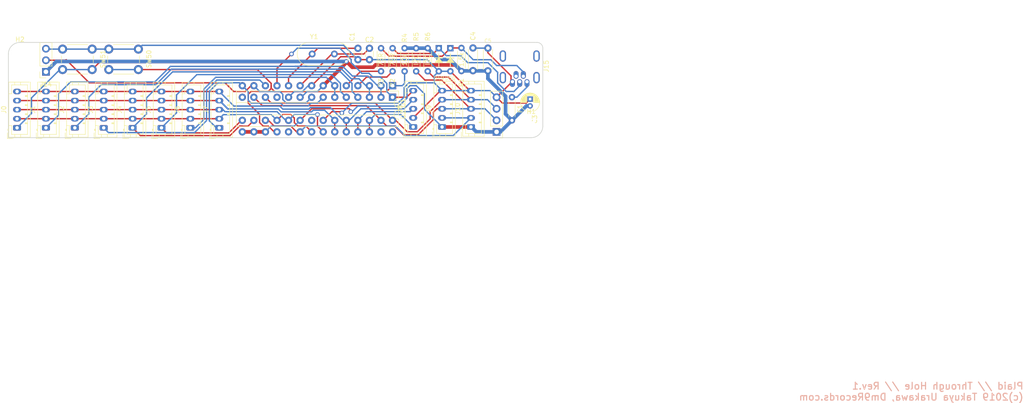
<source format=kicad_pcb>
(kicad_pcb (version 20211014) (generator pcbnew)
  (layers (0 "F.Cu" signal) (31 "B.Cu" signal) (34 "B.Paste" user) (35 "F.Paste" user) (36 "B.SilkS" user "B.Silkscreen") (37 "F.SilkS" user "F.Silkscreen") (38 "B.Mask" user) (39 "F.Mask" user) (44 "Edge.Cuts" user))
  (net 0 "")
  (net 1 "Net-(C1-Pad1)")
  (net 2 "GND")
  (net 3 "/ROW0")
  (net 4 "/ROW1")
  (net 5 "/ROW2")
  (net 6 "/RGB")
  (net 7 "Net-(F1-Pad1)")
  (net 8 "/E1")
  (net 9 "/E2")
  (net 10 "/INT")
  (net 11 "/USB_D+")
  (net 12 "/USB_D-")
  (net 13 "/RESET")
  (net 14 "/COL0")
  (net 15 "/COL1")
  (net 16 "/COL2")
  (net 17 "/COL3")
  (net 18 "/COL4")
  (net 19 "/COL5")
  (net 20 "/COL6")
  (net 21 "/COL7")
  (net 24 "Net-(C2-Pad1)")
  (net 25 "+5V")
  (net 27 "Net-(D49-Pad1)")
  (net 28 "Net-(D50-Pad1)")
  (net 29 "/i2c_SCL")
  (net 30 "/i2c_SDA")
  (net 34 "/ROW3")
  (footprint "Capacitors_THT:CP_Radial_D4.0mm_P1.50mm" (layer "F.Cu") (at 165.316 64.605 90)
    (fp_text reference "C3")
    (fp_text value "4.7u")
  )
  (footprint "Buttons_Switches_THT:SW_PUSH_6mm" (layer "F.Cu") (at 79.21 56.604 180)
    (fp_text reference "SW50")
    (fp_text value "RESET")
  )
  (footprint "Buttons_Switches_THT:SW_PUSH_6mm" (layer "F.Cu") (at 69.05 56.604 180)
    (fp_text reference "SW51")
    (fp_text value "BOOT")
  )
  (footprint "Capacitors_THT:C_Disc_D3.0mm_W1.6mm_P2.50mm" (layer "F.Cu") (at 127.47 51.925001 -90)
    (fp_text reference "C1")
    (fp_text value "20p")
  )
  (footprint "Capacitors_THT:C_Disc_D3.0mm_W1.6mm_P2.50mm" (layer "F.Cu") (at 130.01 51.925001 -90)
    (fp_text reference "C2")
    (fp_text value "20p")
  )
  (footprint "Capacitors_THT:C_Disc_D4.3mm_W1.9mm_P5.00mm" (layer "F.Cu") (at 152.76 56.85 90)
    (fp_text reference "C4")
    (fp_text value "100n")
  )
  (footprint "Capacitors_THT:C_Disc_D4.3mm_W1.9mm_P5.00mm" (layer "F.Cu") (at 156.045 56.89 90)
    (fp_text reference "C5")
    (fp_text value "100n")
  )
  (footprint "dm9_rc:D_DO-35_SOD27_P5.08mm_Horizontal" (layer "F.Cu") (at 145.25 54.445 -90)
    (fp_text reference "D49")
    (fp_text value "3.6V")
  )
  (footprint "dm9_rc:D_DO-35_SOD27_P5.08mm_Horizontal" (layer "F.Cu") (at 147.79 54.445 -90)
    (fp_text reference "D50")
    (fp_text value "3.6V")
  )
  (footprint "Package_DIP:DIP-28_W7.62mm" (layer "F.Cu") (at 135.08 60.16 -90)
    (fp_text reference "U1")
    (fp_text value "ATMEGA328-PU")
  )
  (footprint "dm9_miscs:polyfuse_5.1mm" (layer "F.Cu") (at 161.3282 65.24 -90)
    (fp_text reference "F1")
    (fp_text value "100mA")
  )
  (footprint "Crystals:Crystal_HC49-4H_Vertical" (layer "F.Cu") (at 119.85 53.175 180)
    (fp_text reference "Y1")
    (fp_text value "16MHz")
  )
  (footprint "Resistors_THT:R_Axial_DIN0204_L3.6mm_D1.6mm_P5.08mm_Horizontal" (layer "F.Cu") (at 150.22 51.85 -90)
    (fp_text reference "R1")
    (fp_text value "1.5k")
  )
  (footprint "Resistors_THT:R_Axial_DIN0204_L3.6mm_D1.6mm_P5.08mm_Horizontal" (layer "F.Cu") (at 135.09 56.985 90)
    (fp_text reference "R2")
    (fp_text value "75R")
  )
  (footprint "Resistors_THT:R_Axial_DIN0204_L3.6mm_D1.6mm_P5.08mm_Horizontal" (layer "F.Cu") (at 132.55 56.985 90)
    (fp_text reference "R3")
    (fp_text value "75R")
  )
  (footprint "Resistors_THT:R_Axial_DIN0204_L3.6mm_D1.6mm_P5.08mm_Horizontal" (layer "F.Cu") (at 137.73 51.905 -90)
    (fp_text reference "R4")
    (fp_text value "10k")
  )
  (footprint "MountingHole:MountingHole_2.2mm_M2" (layer "F.Cu") (at 165.57 69.05)
    (fp_text reference "H1")
    (fp_text value "M2")
  )
  (footprint "MountingHole:MountingHole_2.2mm_M2" (layer "F.Cu") (at 53.175 53.175)
    (fp_text reference "H2")
    (fp_text value "M2")
  )
  (footprint "Pin_Headers:Pin_Header_Straight_1x04_Pitch2.54mm" (layer "F.Cu") (at 157.95 70.32 180)
    (fp_text reference "J11" hide)
    (fp_text value "Conn_01x04")
  )
  (footprint "Resistors_THT:R_Axial_DIN0204_L3.6mm_D1.6mm_P5.08mm_Horizontal" (layer "F.Cu") (at 140.27 51.915 -90)
    (fp_text reference "R5")
    (fp_text value "I2C")
  )
  (footprint "Resistors_THT:R_Axial_DIN0204_L3.6mm_D1.6mm_P5.08mm_Horizontal" (layer "F.Cu") (at 142.81 51.905 -90)
    (fp_text reference "R6")
    (fp_text value "I2C")
  )
  (footprint "dm9_conn:USB_MINIB_Akizuki_MUSB-5BF01AS" (layer "F.Cu") (at 163.03 59.279999 180)
    (fp_text reference "J15")
    (fp_text value "USB_OTG")
  )
  (footprint "Connector_JST:JST_PH_B5B-PH-K_1x05_P2.00mm_Vertical" (layer "F.Cu") (at 90.64 69.43 90)
    (fp_text reference "J6")
    (fp_text value "THM1")
  )
  (footprint "Package_DIP:DIP-28_W7.62mm" (layer "F.Cu") (at 135.08 62.7 -90)
    (fp_text reference "U2")
    (fp_text value "MCP23017_SP")
  )
  (footprint "Connector_JST:JST_PH_B5B-PH-K_1x05_P2.00mm_Vertical" (layer "F.Cu") (at 71.59 69.43 90)
    (fp_text reference "J3")
    (fp_text value "MID")
  )
  (footprint "Connector_JST:JST_PH_B5B-PH-K_1x05_P2.00mm_Vertical" (layer "F.Cu") (at 58.89 69.43 90)
    (fp_text reference "J1")
    (fp_text value "PNK")
  )
  (footprint "Connector_JST:JST_PH_B5B-PH-K_1x05_P2.00mm_Vertical" (layer "F.Cu") (at 96.99 69.43 90)
    (fp_text reference "J7")
    (fp_text value "THM2")
  )
  (footprint "Connector_JST:JST_PH_B5B-PH-K_1x05_P2.00mm_Vertical" (layer "F.Cu") (at 52.54 69.43 90)
    (fp_text reference "J0")
    (fp_text value "OUTR")
  )
  (footprint "Connector_JST:JST_PH_B5B-PH-K_1x05_P2.00mm_Vertical" (layer "F.Cu") (at 77.94 69.43 90)
    (fp_text reference "J4")
    (fp_text value "IDX")
  )
  (footprint "Connector_JST:JST_PH_B5B-PH-K_1x05_P2.00mm_Vertical" (layer "F.Cu") (at 65.24 69.43 90)
    (fp_text reference "J2")
    (fp_text value "RNG")
  )
  (footprint "Connector_PinSocket_2.54mm:PinSocket_1x03_P2.54mm_Vertical" (layer "F.Cu") (at 58.89 57.097 180)
    (fp_text reference "J14")
    (fp_text value "RGB")
  )
  (footprint "Connector_JST:JST_PH_B5B-PH-K_1x05_P2.00mm_Vertical" (layer "F.Cu") (at 84.29 69.43 90)
    (fp_text reference "J5")
    (fp_text value "INNR")
  )
  (footprint "Connector_JST:JST_PH_B5B-PH-K_1x05_P2.00mm_Vertical" (layer "F.Cu") (at 152.32 69.24 90)
    (fp_text reference "J10")
    (fp_text value "I2C")
  )
  (footprint "Connector_JST:JST_PH_B5B-PH-K_1x05_P2.00mm_Vertical" (layer "F.Cu") (at 139.62 69.24 90)
    (fp_text reference "J8")
    (fp_text value "ENC")
  )
  (footprint "Connector_JST:JST_PH_B5B-PH-K_1x05_P2.00mm_Vertical" (layer "F.Cu") (at 145.97 69.24 90)
    (fp_text reference "J9")
    (fp_text value "I2C")
  )
  (gr_line (start 53.175 50.635) (end 166.84 50.635) (layer "Edge.Cuts") (width 0.15))
  (gr_line (start 168.11 51.905) (end 168.11 69.05) (layer "Edge.Cuts") (width 0.15))
  (gr_line (start 50.635 71.59) (end 50.635 53.175) (layer "Edge.Cuts") (width 0.15))
  (gr_arc (start 50.635 53.175) (mid 51.378949 51.378949) (end 53.175 50.635) (layer "Edge.Cuts") (width 0.15))
  (gr_line (start 165.57 71.59) (end 50.635 71.59) (layer "Edge.Cuts") (width 0.15))
  (gr_arc (start 166.84 50.635) (mid 167.738026 51.006974) (end 168.11 51.905) (layer "Edge.Cuts") (width 0.15))
  (gr_arc (start 168.11 69.05) (mid 167.366051 70.846051) (end 165.57 71.59) (layer "Edge.Cuts") (width 0.15))
  (gr_text "Plaid // Through Hole // Rev.1\n(c)2019 Takuya Urakawa, Dm9Records.com" (at 273.901 127.47) (layer "B.SilkS") (effects (font (size 1.5 1.5) (thickness 0.25)) (justify left mirror)))
  (segment (start 112.22 58.365) (end 117.41 53.175) (width 0.3) (layer "F.Cu") (net 1))
  (segment (start 127.47 51.925001) (end 118.659999 51.925001) (width 0.3) (layer "F.Cu") (net 1))
  (segment (start 118.659999 51.925001) (end 117.41 53.175) (width 0.3) (layer "F.Cu") (net 1))
  (segment (start 112.22 60.16) (end 112.22 58.365) (width 0.3) (layer "F.Cu") (net 1))
  (segment (start 156.045 52.918653) (end 161.125 57.998653) (width 0.3) (layer "F.Cu") (net 2))
  (segment (start 139.62 67.24) (end 145.62 61.24) (width 0.3) (layer "F.Cu") (net 2))
  (segment (start 161.125 57.998653) (end 161.125 58.974999) (width 0.3) (layer "F.Cu") (net 2))
  (segment (start 157.95 62.7) (end 159.22 63.97) (width 0.3) (layer "F.Cu") (net 2))
  (segment (start 156.045 51.89) (end 156.045 52.918653) (width 0.3) (layer "F.Cu") (net 2))
  (segment (start 126.82 53.775001) (end 127.47 54.425001) (width 0.3) (layer "F.Cu") (net 2))
  (segment (start 164.451 63.97) (end 165.316 63.105) (width 0.3) (layer "F.Cu") (net 2))
  (segment (start 161.125 58.974999) (end 161.43 59.279999) (width 0.3) (layer "F.Cu") (net 2))
  (segment (start 127.47 54.425001) (end 130.01 54.425001) (width 0.3) (layer "F.Cu") (net 2))
  (segment (start 121.745 65.875) (end 119.84 67.78) (width 0.3) (layer "F.Cu") (net 2))
  (segment (start 147.79 56.985) (end 152.045 61.24) (width 0.3) (layer "F.Cu") (net 2))
  (segment (start 123.66 65.875) (end 121.745 65.875) (width 0.3) (layer "F.Cu") (net 2))
  (segment (start 161.370001 59.279999) (end 157.95 62.7) (width 0.3) (layer "F.Cu") (net 2))
  (segment (start 117.3 60.16) (end 123.684999 53.775001) (width 0.3) (layer "F.Cu") (net 2))
  (segment (start 123.684999 53.775001) (end 126.82 53.775001) (width 0.3) (layer "F.Cu") (net 2))
  (segment (start 159.22 63.97) (end 164.451 63.97) (width 0.3) (layer "F.Cu") (net 2))
  (via (at 123.9394 66.1544) (size 1) (drill 0.6) (layers "F.Cu" "B.Cu") (net 2))
  (segment (start 156.49 61.24) (end 157.95 62.7) (width 0.3) (layer "B.Cu") (net 2))
  (segment (start 145.25 56.985) (end 147.79 56.985) (width 0.3) (layer "B.Cu") (net 2))
  (segment (start 136.31 63.97) (end 137.63 62.65) (width 0.3) (layer "B.Cu") (net 2))
  (segment (start 137.63 62.65) (end 137.63 60.581472) (width 0.3) (layer "B.Cu") (net 2))
  (segment (start 144.255 59.525) (end 144.255 57.98) (width 0.3) (layer "B.Cu") (net 2))
  (segment (start 124.314999 51.27) (end 80.044 51.27) (width 0.3) (layer "B.Cu") (net 2))
  (segment (start 116.548 60.16) (end 115.298 61.41) (width 0.3) (layer "B.Cu") (net 2))
  (segment (start 59.308 52.104) (end 79.21 52.104) (width 0.3) (layer "B.Cu") (net 2))
  (segment (start 137.63 60.581472) (end 138.686472 59.525) (width 0.3) (layer "B.Cu") (net 2))
  (segment (start 117.3 60.16) (end 116.548 60.16) (width 0.3) (layer "B.Cu") (net 2))
  (segment (start 127.47 54.425001) (end 124.314999 51.27) (width 0.3) (layer "B.Cu") (net 2))
  (segment (start 144.255 57.98) (end 145.25 56.985) (width 0.3) (layer "B.Cu") (net 2))
  (segment (start 144.255 59.525) (end 145.97 61.24) (width 0.3) (layer "B.Cu") (net 2))
  (segment (start 142.690001 54.425001) (end 145.25 56.985) (width 0.3) (layer "B.Cu") (net 2))
  (segment (start 130.01 54.425001) (end 142.690001 54.425001) (width 0.3) (layer "B.Cu") (net 2))
  (segment (start 80.044 51.27) (end 79.21 52.104) (width 0.3) (layer "B.Cu") (net 2))
  (segment (start 126.1238 63.97) (end 136.31 63.97) (width 0.3) (layer "B.Cu") (net 2))
  (segment (start 138.686472 59.525) (end 144.255 59.525) (width 0.3) (layer "B.Cu") (net 2))
  (segment (start 113.51 61.41) (end 112.22 62.7) (width 0.3) (layer "B.Cu") (net 2))
  (segment (start 123.9394 66.1544) (end 126.1238 63.97) (width 0.3) (layer "B.Cu") (net 2))
  (segment (start 156.045 51.89) (end 152.8 51.89) (width 0.3) (layer "B.Cu") (net 2))
  (segment (start 152.32 61.24) (end 145.97 61.24) (width 0.3) (layer "B.Cu") (net 2))
  (segment (start 115.298 61.41) (end 113.51 61.41) (width 0.3) (layer "B.Cu") (net 2))
  (segment (start 152.32 61.24) (end 156.49 61.24) (width 0.3) (layer "B.Cu") (net 2))
  (segment (start 113.426383 67.218617) (end 113.5 67.292233) (width 0.3) (layer "F.Cu") (net 3))
  (segment (start 113.5 68.287767) (end 114.262233 69.05) (width 0.3) (layer "F.Cu") (net 3))
  (segment (start 58.89 67.43) (end 96.99 67.43) (width 0.3) (layer "F.Cu") (net 3))
  (segment (start 52.54 67.43) (end 58.89 67.43) (width 0.3) (layer "F.Cu") (net 3))
  (segment (start 112.697766 66.49) (end 113.426383 67.218617) (width 0.3) (layer "F.Cu") (net 3))
  (segment (start 114.262233 69.05) (end 116.03 69.05) (width 0.3) (layer "F.Cu") (net 3))
  (segment (start 110.97 66.49) (end 112.697766 66.49) (width 0.3) (layer "F.Cu") (net 3))
  (segment (start 116.03 69.05) (end 117.3 70.32) (width 0.3) (layer "F.Cu") (net 3))
  (segment (start 113.5 67.292233) (end 113.5 68.287767) (width 0.3) (layer "F.Cu") (net 3))
  (segment (start 110.97 66.49) (end 109.68 67.78) (width 0.3) (layer "F.Cu") (net 3))
  (segment (start 108.43 66.53) (end 109.68 67.78) (width 0.3) (layer "B.Cu") (net 3))
  (segment (start 96.99 67.43) (end 97.89 66.53) (width 0.3) (layer "B.Cu") (net 3))
  (segment (start 97.89 66.53) (end 108.43 66.53) (width 0.3) (layer "B.Cu") (net 3))
  (segment (start 118.58 69.06) (end 119.84 70.32) (width 0.3) (layer "F.Cu") (net 4))
  (segment (start 58.89 65.43) (end 52.54 65.43) (width 0.3) (layer "F.Cu") (net 4))
  (segment (start 118.58 69.06) (end 118.58 66.51) (width 0.3) (layer "F.Cu") (net 4))
  (segment (start 58.89 65.43) (end 96.99 65.43) (width 0.3) (layer "F.Cu") (net 4))
  (via (at 118.58 66.51) (size 1) (drill 0.6) (layers "F.Cu" "B.Cu") (net 4))
  (segment (start 109.69 65.875) (end 98.26 65.875) (width 0.3) (layer "B.Cu") (net 4))
  (segment (start 111.595 67.78) (end 109.69 65.875) (width 0.3) (layer "B.Cu") (net 4))
  (segment (start 113.49 66.51) (end 118.58 66.51) (width 0.3) (layer "B.Cu") (net 4))
  (segment (start 97.815 65.43) (end 96.99 65.43) (width 0.3) (layer "B.Cu") (net 4))
  (segment (start 98.26 65.875) (end 97.815 65.43) (width 0.3) (layer "B.Cu") (net 4))
  (segment (start 112.22 67.78) (end 113.49 66.51) (width 0.3) (layer "B.Cu") (net 4))
  (segment (start 122.38 67.78) (end 122.38 70.32) (width 0.3) (layer "F.Cu") (net 5))
  (segment (start 52.54 63.43) (end 58.89 63.43) (width 0.3) (layer "F.Cu") (net 5))
  (segment (start 96.99 63.43) (end 58.89 63.43) (width 0.3) (layer "F.Cu") (net 5))
  (segment (start 120.16 65.56) (end 122.38 67.78) (width 0.3) (layer "B.Cu") (net 5))
  (segment (start 110.573528 65.91) (end 117.275 65.91) (width 0.3) (layer "B.Cu") (net 5))
  (segment (start 117.625 65.56) (end 120.16 65.56) (width 0.3) (layer "B.Cu") (net 5))
  (segment (start 98.835 65.275) (end 109.938528 65.275) (width 0.3) (layer "B.Cu") (net 5))
  (segment (start 98.895 65.24) (end 97.085 63.43) (width 0.3) (layer "B.Cu") (net 5))
  (segment (start 117.275 65.91) (end 117.625 65.56) (width 0.3) (layer "B.Cu") (net 5))
  (segment (start 96.99 63.43) (end 98.835 65.275) (width 0.3) (layer "B.Cu") (net 5))
  (segment (start 109.938528 65.275) (end 110.573528 65.91) (width 0.3) (layer "B.Cu") (net 5))
  (segment (start 63.223 54.557) (end 63.335 54.445) (width 0.3) (layer "F.Cu") (net 6))
  (segment (start 58.89 54.557) (end 63.223 54.557) (width 0.3) (layer "F.Cu") (net 6))
  (segment (start 68.415 59.525) (end 98.26 59.525) (width 0.3) (layer "F.Cu") (net 6))
  (segment (start 63.335 54.445) (end 68.415 59.525) (width 0.3) (layer "F.Cu") (net 6))
  (segment (start 103.975 60.16) (end 102.705 61.43) (width 0.3) (layer "F.Cu") (net 6))
  (segment (start 98.26 59.525) (end 100.165 61.43) (width 0.3) (layer "F.Cu") (net 6))
  (segment (start 100.165 61.43) (end 102.705 61.43) (width 0.3) (layer "F.Cu") (net 6))
  (segment (start 110.96 62.065) (end 110.325 61.43) (width 0.3) (layer "B.Cu") (net 6))
  (segment (start 116.05 63.95) (end 111.702233 63.95) (width 0.3) (layer "B.Cu") (net 6))
  (segment (start 110.325 61.43) (end 105.87 61.43) (width 0.3) (layer "B.Cu") (net 6))
  (segment (start 111.702233 63.95) (end 110.96 63.207767) (width 0.3) (layer "B.Cu") (net 6))
  (segment (start 105.87 61.43) (end 104.6 60.16) (width 0.3) (layer "B.Cu") (net 6))
  (segment (start 110.96 63.207767) (end 110.96 62.065) (width 0.3) (layer "B.Cu") (net 6))
  (segment (start 117.3 62.7) (end 116.05 63.95) (width 0.3) (layer "B.Cu") (net 6))
  (segment (start 162.405 62.69) (end 161.3282 62.69) (width 0.3) (layer "B.Cu") (net 7))
  (segment (start 164.63 60.465) (end 162.405 62.69) (width 0.3) (layer "B.Cu") (net 7))
  (segment (start 164.63 59.279999) (end 164.63 60.465) (width 0.3) (layer "B.Cu") (net 7))
  (segment (start 127.46 67.78) (end 127.46 70.32) (width 0.3) (layer "F.Cu") (net 8))
  (segment (start 129.365 65.875) (end 138.985 65.875) (width 0.3) (layer "B.Cu") (net 8))
  (segment (start 127.46 67.78) (end 129.365 65.875) (width 0.3) (layer "B.Cu") (net 8))
  (segment (start 138.985 65.875) (end 139.62 65.24) (width 0.3) (layer "B.Cu") (net 8))
  (segment (start 130 67.78) (end 130 70.32) (width 0.3) (layer "F.Cu") (net 9))
  (segment (start 131.27 66.51) (end 136.89 66.51) (width 0.3) (layer "B.Cu") (net 9))
  (segment (start 130 67.78) (end 131.27 66.51) (width 0.3) (layer "B.Cu") (net 9))
  (segment (start 136.89 66.51) (end 139.62 69.24) (width 0.3) (layer "B.Cu") (net 9))
  (segment (start 107.785 67.78) (end 109.055 69.05) (width 0.3) (layer "F.Cu") (net 10))
  (segment (start 113.987767 70.32) (end 112.717767 69.05) (width 0.3) (layer "F.Cu") (net 10))
  (segment (start 114.76 70.32) (end 113.987767 70.32) (width 0.3) (layer "F.Cu") (net 10))
  (segment (start 112.717767 69.05) (end 109.055 69.05) (width 0.3) (layer "F.Cu") (net 10))
  (segment (start 135.745 69.07) (end 116.01 69.07) (width 0.3) (layer "B.Cu") (net 10))
  (segment (start 137.815 71.14) (end 135.745 69.07) (width 0.3) (layer "B.Cu") (net 10))
  (segment (start 137.815 71.14) (end 148.42 71.14) (width 0.3) (layer "B.Cu") (net 10))
  (segment (start 152.32 67.24) (end 148.42 71.14) (width 0.3) (layer "B.Cu") (net 10))
  (segment (start 152.32 67.24) (end 145.97 67.24) (width 0.3) (layer "B.Cu") (net 10))
  (segment (start 116.01 69.07) (end 114.76 70.32) (width 0.3) (layer "B.Cu") (net 10))
  (segment (start 127.46 60.16) (end 129.365 58.255) (width 0.3) (layer "F.Cu") (net 11))
  (segment (start 133.82 58.255) (end 135.09 56.985) (width 0.3) (layer "F.Cu") (net 11))
  (segment (start 129.365 58.255) (end 133.82 58.255) (width 0.3) (layer "F.Cu") (net 11))
  (segment (start 128.095 56.985) (end 124.92 60.16) (width 0.3) (layer "F.Cu") (net 12))
  (segment (start 132.55 56.985) (end 128.095 56.985) (width 0.3) (layer "F.Cu") (net 12))
  (segment (start 109.055 70.32) (end 107.805 69.07) (width 0.3) (layer "F.Cu") (net 13))
  (segment (start 108.39 60.677767) (end 108.39 60.19) (width 0.3) (layer "F.Cu") (net 13))
  (segment (start 105.85 66.48) (end 103.35 63.98) (width 0.3) (layer "F.Cu") (net 13))
  (segment (start 109.162233 61.45) (end 108.39 60.677767) (width 0.3) (layer "F.Cu") (net 13))
  (segment (start 108.39 60.19) (end 108.39 59.642233) (width 0.3) (layer "F.Cu") (net 13))
  (segment (start 107.765 61.41) (end 108.39 60.785) (width 0.3) (layer "F.Cu") (net 13))
  (segment (start 105.351767 56.604) (end 79.21 56.604) (width 0.3) (layer "F.Cu") (net 13))
  (segment (start 107.805 69.07) (end 106.662233 69.07) (width 0.3) (layer "F.Cu") (net 13))
  (segment (start 103.995 61.41) (end 107.765 61.41) (width 0.3) (layer "F.Cu") (net 13))
  (segment (start 108.39 60.785) (end 108.39 60.19) (width 0.3) (layer "F.Cu") (net 13))
  (segment (start 103.35 62.055) (end 103.995 61.41) (width 0.3) (layer "F.Cu") (net 13))
  (segment (start 133.79 61.45) (end 109.162233 61.45) (width 0.3) (layer "F.Cu") (net 13))
  (segment (start 105.85 68.257767) (end 105.85 66.48) (width 0.3) (layer "F.Cu") (net 13))
  (segment (start 106.662233 69.07) (end 105.85 68.257767) (width 0.3) (layer "F.Cu") (net 13))
  (segment (start 135.08 60.16) (end 133.79 61.45) (width 0.3) (layer "F.Cu") (net 13))
  (segment (start 108.39 59.642233) (end 105.351767 56.604) (width 0.3) (layer "F.Cu") (net 13))
  (segment (start 103.35 63.98) (end 103.35 62.055) (width 0.3) (layer "F.Cu") (net 13))
  (segment (start 137.73 56.985) (end 137.73 59.632944) (width 0.3) (layer "B.Cu") (net 13))
  (segment (start 137.202944 60.16) (end 135.08 60.16) (width 0.3) (layer "B.Cu") (net 13))
  (segment (start 137.73 59.632944) (end 137.202944 60.16) (width 0.3) (layer "B.Cu") (net 13))
  (segment (start 79.285 56.604) (end 72.785 56.604) (width 0.3) (layer "B.Cu") (net 13))
  (segment (start 110.96 55.08) (end 109.68 56.36) (width 0.3) (layer "F.Cu") (net 14))
  (segment (start 70.574 55.08) (end 110.96 55.08) (width 0.3) (layer "F.Cu") (net 14))
  (segment (start 138.16 62.7) (end 139.62 61.24) (width 0.3) (layer "F.Cu") (net 14))
  (segment (start 69.05 56.604) (end 70.574 55.08) (width 0.3) (layer "F.Cu") (net 14))
  (segment (start 110.96 55.08) (end 112.865 53.175) (width 0.3) (layer "F.Cu") (net 14))
  (segment (start 109.68 56.36) (end 109.68 60.16) (width 0.3) (layer "F.Cu") (net 14))
  (segment (start 135.08 62.7) (end 138.16 62.7) (width 0.3) (layer "F.Cu") (net 14))
  (via (at 112.865 53.175) (size 1) (drill 0.6) (layers "F.Cu" "B.Cu") (net 14))
  (segment (start 133.82 61.44) (end 133.82 59.672233) (width 0.3) (layer "B.Cu") (net 14))
  (segment (start 61.956076 56.604) (end 55.715 62.845076) (width 0.3) (layer "B.Cu") (net 14))
  (segment (start 55.715 66.255) (end 52.54 69.43) (width 0.3) (layer "B.Cu") (net 14))
  (segment (start 125.98 55.08) (end 125.98 54.391075) (width 0.3) (layer "B.Cu") (net 14))
  (segment (start 132.359503 58.211736) (end 130.688264 58.211736) (width 0.3) (layer "B.Cu") (net 14))
  (segment (start 114.135 51.905) (end 112.865 53.175) (width 0.3) (layer "B.Cu") (net 14))
  (segment (start 128.336 57.436) (end 125.98 55.08) (width 0.3) (layer "B.Cu") (net 14))
  (segment (start 123.493925 51.905) (end 114.135 51.905) (width 0.3) (layer "B.Cu") (net 14))
  (segment (start 133.82 59.672233) (end 132.359503 58.211736) (width 0.3) (layer "B.Cu") (net 14))
  (segment (start 135.08 62.7) (end 133.82 61.44) (width 0.3) (layer "B.Cu") (net 14))
  (segment (start 129.912528 57.436) (end 128.336 57.436) (width 0.3) (layer "B.Cu") (net 14))
  (segment (start 125.98 54.391075) (end 123.493925 51.905) (width 0.3) (layer "B.Cu") (net 14))
  (segment (start 130.688264 58.211736) (end 129.912528 57.436) (width 0.3) (layer "B.Cu") (net 14))
  (segment (start 62.752 56.604) (end 69.252 56.604) (width 0.3) (layer "B.Cu") (net 14))
  (segment (start 55.715 62.845076) (end 55.715 66.255) (width 0.3) (layer "B.Cu") (net 14))
  (segment (start 113.686 55.91) (end 120.778 55.91) (width 0.3) (layer "B.Cu") (net 15))
  (segment (start 58.89 69.43) (end 61.684 66.636) (width 0.3) (layer "B.Cu") (net 15))
  (segment (start 86.233472 55.91) (end 113.686 55.91) (width 0.3) (layer "B.Cu") (net 15))
  (segment (start 113.686 55.91) (end 124.134823 55.91) (width 0.3) (layer "B.Cu") (net 15))
  (segment (start 126.260823 58.036) (end 129.664 58.036) (width 0.3) (layer "B.Cu") (net 15))
  (segment (start 64.296 59.328) (end 82.815472 59.328) (width 0.3) (layer "B.Cu") (net 15))
  (segment (start 61.684 61.94) (end 64.296 59.328) (width 0.3) (layer "B.Cu") (net 15))
  (segment (start 61.684 66.636) (end 61.684 61.94) (width 0.3) (layer "B.Cu") (net 15))
  (segment (start 131.788 60.16) (end 132.54 60.16) (width 0.3) (layer "B.Cu") (net 15))
  (segment (start 120.778 55.91) (end 120.812 55.876) (width 0.3) (layer "B.Cu") (net 15))
  (segment (start 82.815472 59.328) (end 86.233472 55.91) (width 0.3) (layer "B.Cu") (net 15))
  (segment (start 129.664 58.036) (end 131.788 60.16) (width 0.3) (layer "B.Cu") (net 15))
  (segment (start 132.54 60.16) (end 132.54 62.7) (width 0.3) (layer "B.Cu") (net 15))
  (segment (start 124.134823 55.91) (end 126.260823 58.036) (width 0.3) (layer "B.Cu") (net 15))
  (segment (start 68.288 62.7) (end 71.06 59.928) (width 0.3) (layer "B.Cu") (net 16))
  (segment (start 130 60.16) (end 130 62.7) (width 0.3) (layer "B.Cu") (net 16))
  (segment (start 71.06 59.928) (end 83.064 59.928) (width 0.3) (layer "B.Cu") (net 16))
  (segment (start 86.482 56.51) (end 123.886295 56.51) (width 0.3) (layer "B.Cu") (net 16))
  (segment (start 65.24 69.43) (end 68.288 66.382) (width 0.3) (layer "B.Cu") (net 16))
  (segment (start 123.886295 56.51) (end 126.012295 58.636) (width 0.3) (layer "B.Cu") (net 16))
  (segment (start 68.288 66.382) (end 68.288 62.7) (width 0.3) (layer "B.Cu") (net 16))
  (segment (start 129.248 60.16) (end 130 60.16) (width 0.3) (layer "B.Cu") (net 16))
  (segment (start 83.064 59.928) (end 86.482 56.51) (width 0.3) (layer "B.Cu") (net 16))
  (segment (start 127.724 58.636) (end 129.248 60.16) (width 0.3) (layer "B.Cu") (net 16))
  (segment (start 126.012295 58.636) (end 127.724 58.636) (width 0.3) (layer "B.Cu") (net 16))
  (segment (start 72.64 70.48) (end 71.59 69.43) (width 0.3) (layer "B.Cu") (net 17))
  (segment (start 105.89 58.91) (end 96.462 58.91) (width 0.3) (layer "B.Cu") (net 17))
  (segment (start 91.554949 70.48) (end 72.64 70.48) (width 0.3) (layer "B.Cu") (net 17))
  (segment (start 94.196 67.838949) (end 91.554949 70.48) (width 0.3) (layer "B.Cu") (net 17))
  (segment (start 94.196 61.176) (end 94.196 67.838949) (width 0.3) (layer "B.Cu") (net 17))
  (segment (start 107.14 60.16) (end 105.89 58.91) (width 0.3) (layer "B.Cu") (net 17))
  (segment (start 96.462 58.91) (end 94.196 61.176) (width 0.3) (layer "B.Cu") (net 17))
  (segment (start 79.65 71.14) (end 99.345 71.14) (width 0.3) (layer "F.Cu") (net 18))
  (segment (start 77.94 69.43) (end 79.65 71.14) (width 0.3) (layer "F.Cu") (net 18))
  (segment (start 103.31 69.07) (end 104.6 67.78) (width 0.3) (layer "F.Cu") (net 18))
  (segment (start 99.345 71.14) (end 101.455 69.03) (width 0.3) (layer "F.Cu") (net 18))
  (segment (start 101.455 69.03) (end 102.01 69.03) (width 0.3) (layer "F.Cu") (net 18))
  (segment (start 102.05 69.07) (end 103.31 69.07) (width 0.3) (layer "F.Cu") (net 18))
  (segment (start 102.01 69.03) (end 102.05 69.07) (width 0.3) (layer "F.Cu") (net 18))
  (segment (start 126.17 59.642233) (end 126.17 61.41) (width 0.3) (layer "B.Cu") (net 18))
  (segment (start 77.94 69.43) (end 80.988 66.382) (width 0.3) (layer "B.Cu") (net 18))
  (segment (start 126.17 61.41) (end 127.46 62.7) (width 0.3) (layer "B.Cu") (net 18))
  (segment (start 80.988 62.852528) (end 86.730528 57.11) (width 0.3) (layer "B.Cu") (net 18))
  (segment (start 86.730528 57.11) (end 123.637767 57.11) (width 0.3) (layer "B.Cu") (net 18))
  (segment (start 80.988 66.382) (end 80.988 62.852528) (width 0.3) (layer "B.Cu") (net 18))
  (segment (start 123.637767 57.11) (end 126.17 59.642233) (width 0.3) (layer "B.Cu") (net 18))
  (segment (start 85.4 70.54) (end 84.29 69.43) (width 0.3) (layer "F.Cu") (net 19))
  (segment (start 101.856472 67.78) (end 99.096472 70.54) (width 0.3) (layer "F.Cu") (net 19))
  (segment (start 99.096472 70.54) (end 85.4 70.54) (width 0.3) (layer "F.Cu") (net 19))
  (segment (start 84.29 69.43) (end 87.592 66.128) (width 0.3) (layer "B.Cu") (net 19))
  (segment (start 87.592 62.192) (end 92.074 57.71) (width 0.3) (layer "B.Cu") (net 19))
  (segment (start 123.63 61.41) (end 124.92 62.7) (width 0.3) (layer "B.Cu") (net 19))
  (segment (start 92.074 57.71) (end 121.697767 57.71) (width 0.3) (layer "B.Cu") (net 19))
  (segment (start 123.63 59.642233) (end 123.63 61.41) (width 0.3) (layer "B.Cu") (net 19))
  (segment (start 121.697767 57.71) (end 123.63 59.642233) (width 0.3) (layer "B.Cu") (net 19))
  (segment (start 87.592 66.128) (end 87.592 62.192) (width 0.3) (layer "B.Cu") (net 19))
  (segment (start 90.64 69.43) (end 91.756421 69.43) (width 0.3) (layer "B.Cu") (net 20))
  (segment (start 93.596 60.927472) (end 96.213472 58.31) (width 0.3) (layer "B.Cu") (net 20))
  (segment (start 120.53 58.31) (end 122.38 60.16) (width 0.3) (layer "B.Cu") (net 20))
  (segment (start 122.38 60.16) (end 122.38 62.7) (width 0.3) (layer "B.Cu") (net 20))
  (segment (start 96.213472 58.31) (end 120.53 58.31) (width 0.3) (layer "B.Cu") (net 20))
  (segment (start 93.596 67.590421) (end 93.596 60.927472) (width 0.3) (layer "B.Cu") (net 20))
  (segment (start 91.756421 69.43) (end 93.596 67.590421) (width 0.3) (layer "B.Cu") (net 20))
  (segment (start 96.710528 59.51) (end 101.41 59.51) (width 0.3) (layer "B.Cu") (net 21))
  (segment (start 94.796 67.872) (end 94.796 61.424528) (width 0.3) (layer "B.Cu") (net 21))
  (segment (start 102.06 60.16) (end 103.35 61.45) (width 0.3) (layer "B.Cu") (net 21))
  (segment (start 103.975 63.97) (end 110.468528 63.97) (width 0.3) (layer "B.Cu") (net 21))
  (segment (start 116.531472 64.605) (end 117.166472 63.97) (width 0.3) (layer "B.Cu") (net 21))
  (segment (start 118.58 63.96) (end 119.84 62.7) (width 0.3) (layer "B.Cu") (net 21))
  (segment (start 101.41 59.51) (end 102.06 60.16) (width 0.3) (layer "B.Cu") (net 21))
  (segment (start 111.103528 64.605) (end 116.531472 64.605) (width 0.3) (layer "B.Cu") (net 21))
  (segment (start 117.166472 63.97) (end 118.58 63.97) (width 0.3) (layer "B.Cu") (net 21))
  (segment (start 96.354 69.43) (end 94.796 67.872) (width 0.3) (layer "B.Cu") (net 21))
  (segment (start 118.58 63.97) (end 118.58 63.96) (width 0.3) (layer "B.Cu") (net 21))
  (segment (start 103.35 61.45) (end 103.35 63.345) (width 0.3) (layer "B.Cu") (net 21))
  (segment (start 103.35 63.345) (end 103.975 63.97) (width 0.3) (layer "B.Cu") (net 21))
  (segment (start 110.468528 63.97) (end 111.103528 64.605) (width 0.3) (layer "B.Cu") (net 21))
  (segment (start 94.796 61.424528) (end 96.710528 59.51) (width 0.3) (layer "B.Cu") (net 21))
  (segment (start 130.01 51.925001) (end 128.76 53.175001) (width 0.3) (layer "F.Cu") (net 24))
  (segment (start 114.76 60.16) (end 121.745 53.175) (width 0.3) (layer "F.Cu") (net 24))
  (segment (start 122.29 53.175) (end 128.76 53.175001) (width 0.3) (layer "F.Cu") (net 24))
  (segment (start 126.2 56.096) (end 130.811 56.096) (width 0.8) (layer "F.Cu") (net 25))
  (segment (start 124.93 54.826) (end 126.2 56.096) (width 0.8) (layer "F.Cu") (net 25))
  (segment (start 125.5294 65.2044) (end 117.3356 65.2044) (width 0.3) (layer "F.Cu") (net 25))
  (segment (start 124.93 55.07) (end 119.84 60.16) (width 0.8) (layer "F.Cu") (net 25))
  (segment (start 107.14 70.32) (end 102.06 70.32) (width 0.8) (layer "F.Cu") (net 25))
  (segment (start 148.875 55.585) (end 131.322 55.585) (width 0.8) (layer "F.Cu") (net 25))
  (segment (start 124.93 54.826) (end 124.93 55.07) (width 0.8) (layer "F.Cu") (net 25))
  (segment (start 117.3356 65.2044) (end 114.76 67.78) (width 0.3) (layer "F.Cu") (net 25))
  (segment (start 126.2 65.875) (end 125.5294 65.2044) (width 0.3) (layer "F.Cu") (net 25))
  (segment (start 130.811 56.096) (end 131.322 55.585) (width 0.8) (layer "F.Cu") (net 25))
  (segment (start 152.32 69.24) (end 145.97 69.24) (width 0.8) (layer "F.Cu") (net 25))
  (segment (start 150.22 56.93) (end 148.875 55.585) (width 0.8) (layer "F.Cu") (net 25))
  (via (at 125.8952 65.875) (size 1) (drill 0.6) (layers "F.Cu" "B.Cu") (net 25))
  (via (at 124.93 54.826) (size 1) (drill 0.6) (layers "F.Cu" "B.Cu") (net 25))
  (segment (start 142.075 65.345) (end 145.97 69.24) (width 0.3) (layer "B.Cu") (net 25))
  (segment (start 61.176 54.826) (end 124.93 54.826) (width 0.8) (layer "B.Cu") (net 25))
  (segment (start 158.7982 70.32) (end 157.95 70.32) (width 0.8) (layer "B.Cu") (net 25))
  (segment (start 108.41 69.05) (end 113.49 69.05) (width 0.25) (layer "B.Cu") (net 25))
  (segment (start 118.59 61.41) (end 116.314 61.41) (width 0.3) (layer "B.Cu") (net 25))
  (segment (start 136.488528 64.64) (end 138.265 62.863528) (width 0.3) (layer "B.Cu") (net 25))
  (segment (start 145.195 54.39) (end 145.195 54.29) (width 0.8) (layer "B.Cu") (net 25))
  (segment (start 140.299924 60.16) (end 142.075 61.935076) (width 0.3) (layer "B.Cu") (net 25))
  (segment (start 164.5132 64.605) (end 161.3282 67.79) (width 0.8) (layer "B.Cu") (net 25))
  (segment (start 147.68 54.39) (end 145.195 54.39) (width 0.8) (layer "B.Cu") (net 25))
  (segment (start 107.14 70.32) (end 108.41 69.05) (width 0.25) (layer "B.Cu") (net 25))
  (segment (start 150.22 56.93) (end 147.68 54.39) (width 0.8) (layer "B.Cu") (net 25))
  (segment (start 142.075 61.935076) (end 142.075 65.345) (width 0.3) (layer "B.Cu") (net 25))
  (segment (start 161.3282 67.79) (end 158.7982 70.32) (width 0.8) (layer "B.Cu") (net 25))
  (segment (start 153.505 70.32) (end 157.95 70.32) (width 0.8) (layer "B.Cu") (net 25))
  (segment (start 119.84 60.16) (end 118.59 61.41) (width 0.3) (layer "B.Cu") (net 25))
  (segment (start 138.9 60.16) (end 140.299924 60.16) (width 0.3) (layer "B.Cu") (net 25))
  (segment (start 126.2 65.875) (end 127.435 64.64) (width 0.3) (layer "B.Cu") (net 25))
  (segment (start 159.9282 66.39) (end 161.3282 67.79) (width 0.8) (layer "B.Cu") (net 25))
  (segment (start 127.435 64.64) (end 136.488528 64.64) (width 0.3) (layer "B.Cu") (net 25))
  (segment (start 165.316 64.605) (end 164.5132 64.605) (width 0.8) (layer "B.Cu") (net 25))
  (segment (start 156.045 56.89) (end 156.045 58.602968) (width 0.8) (layer "B.Cu") (net 25))
  (segment (start 138.265 62.863528) (end 138.265 60.795) (width 0.3) (layer "B.Cu") (net 25))
  (segment (start 159.9282 62.486168) (end 159.9282 66.39) (width 0.8) (layer "B.Cu") (net 25))
  (segment (start 152.425 69.24) (end 153.505 70.32) (width 0.8) (layer "B.Cu") (net 25))
  (segment (start 116.314 61.41) (end 115.024 62.7) (width 0.3) (layer "B.Cu") (net 25))
  (segment (start 138.265 60.795) (end 138.9 60.16) (width 0.3) (layer "B.Cu") (net 25))
  (segment (start 156.045 58.602968) (end 159.9282 62.486168) (width 0.8) (layer "B.Cu") (net 25))
  (segment (start 113.49 69.05) (end 114.76 67.78) (width 0.25) (layer "B.Cu") (net 25))
  (segment (start 142.81 51.905) (end 137.73 51.905) (width 0.8) (layer "B.Cu") (net 25))
  (segment (start 58.905 57.097) (end 61.176 54.826) (width 0.8) (layer "B.Cu") (net 25))
  (segment (start 156.045 56.89) (end 150.26 56.89) (width 0.8) (layer "B.Cu") (net 25))
  (segment (start 145.195 54.29) (end 142.81 51.905) (width 0.8) (layer "B.Cu") (net 25))
  (segment (start 144.09 53.065) (end 136.25 53.065) (width 0.3) (layer "F.Cu") (net 27))
  (segment (start 145.25 51.905) (end 144.09 53.065) (width 0.3) (layer "F.Cu") (net 27))
  (segment (start 136.25 53.065) (end 135.09 51.905) (width 0.3) (layer "F.Cu") (net 27))
  (segment (start 150.06 53.54) (end 151.6 55.08) (width 0.3) (layer "B.Cu") (net 27))
  (segment (start 145.25 51.905) (end 146.885 53.54) (width 0.3) (layer "B.Cu") (net 27))
  (segment (start 156.045 55.08) (end 158.18 57.215) (width 0.3) (layer "B.Cu") (net 27))
  (segment (start 160.074114 61.43) (end 161.76 61.43) (width 0.3) (layer "B.Cu") (net 27))
  (segment (start 161.76 61.43) (end 163.03 60.16) (width 0.3) (layer "B.Cu") (net 27))
  (segment (start 158.18 57.215) (end 158.18 59.535886) (width 0.3) (layer "B.Cu") (net 27))
  (segment (start 158.18 59.535886) (end 160.074114 61.43) (width 0.3) (layer "B.Cu") (net 27))
  (segment (start 146.885 53.54) (end 150.06 53.54) (width 0.3) (layer "B.Cu") (net 27))
  (segment (start 151.6 55.08) (end 156.045 55.08) (width 0.3) (layer "B.Cu") (net 27))
  (segment (start 134.31 53.665) (end 132.55 51.905) (width 0.3) (layer "F.Cu") (net 28))
  (segment (start 150.22 51.85) (end 147.845 51.85) (width 0.3) (layer "F.Cu") (net 28))
  (segment (start 147.79 51.905) (end 146.03 53.665) (width 0.3) (layer "F.Cu") (net 28))
  (segment (start 146.03 53.665) (end 134.31 53.665) (width 0.3) (layer "F.Cu") (net 28))
  (segment (start 157.95 55.715) (end 162.395 55.715) (width 0.3) (layer "B.Cu") (net 28))
  (segment (start 156.68 54.445) (end 157.95 55.715) (width 0.3) (layer "B.Cu") (net 28))
  (segment (start 162.395 55.715) (end 163.83 57.15) (width 0.3) (layer "B.Cu") (net 28))
  (segment (start 150.22 51.85) (end 152.815 54.445) (width 0.3) (layer "B.Cu") (net 28))
  (segment (start 152.815 54.445) (end 156.68 54.445) (width 0.3) (layer "B.Cu") (net 28))
  (segment (start 138.295 70.29) (end 135.785 67.78) (width 0.3) (layer "F.Cu") (net 29))
  (segment (start 145.97 63.24) (end 143.345 65.865) (width 0.3) (layer "F.Cu") (net 29))
  (segment (start 147.335 58.255) (end 144.08 58.255) (width 0.3) (layer "F.Cu") (net 29))
  (segment (start 140.534949 70.29) (end 138.295 70.29) (width 0.3) (layer "F.Cu") (net 29))
  (segment (start 143.345 67.479949) (end 140.534949 70.29) (width 0.3) (layer "F.Cu") (net 29))
  (segment (start 132.545 65.235) (end 132.545 65.245) (width 0.3) (layer "F.Cu") (net 29))
  (segment (start 143.345 65.865) (end 143.345 67.479949) (width 0.3) (layer "F.Cu") (net 29))
  (segment (start 108.39 63.95) (end 131.26 63.95) (width 0.3) (layer "F.Cu") (net 29))
  (segment (start 152.32 63.24) (end 147.335 58.255) (width 0.3) (layer "F.Cu") (net 29))
  (segment (start 144.08 58.255) (end 142.81 56.985) (width 0.3) (layer "F.Cu") (net 29))
  (segment (start 132.545 65.245) (end 135.08 67.78) (width 0.3) (layer "F.Cu") (net 29))
  (segment (start 135.785 67.78) (end 135.08 67.78) (width 0.3) (layer "F.Cu") (net 29))
  (segment (start 131.26 63.95) (end 132.545 65.235) (width 0.3) (layer "F.Cu") (net 29))
  (segment (start 107.14 62.7) (end 108.39 63.95) (width 0.3) (layer "F.Cu") (net 29))
  (segment (start 152.32 63.24) (end 145.97 63.24) (width 0.3) (layer "B.Cu") (net 29))
  (segment (start 155.95 63.24) (end 157.95 65.24) (width 0.3) (layer "B.Cu") (net 29))
  (segment (start 152.32 63.24) (end 155.95 63.24) (width 0.3) (layer "B.Cu") (net 29))
  (segment (start 104.6 62.7) (end 106.505 64.605) (width 0.3) (layer "F.Cu") (net 30))
  (segment (start 144.818528 65.24) (end 145.97 65.24) (width 0.3) (layer "F.Cu") (net 30))
  (segment (start 144.081764 65.976764) (end 144.818528 65.24) (width 0.3) (layer "F.Cu") (net 30))
  (segment (start 135.577767 69.05) (end 137.482767 70.955) (width 0.3) (layer "F.Cu") (net 30))
  (segment (start 137.482767 70.955) (end 140.718477 70.955) (width 0.3) (layer "F.Cu") (net 30))
  (segment (start 129.31 64.55) (end 132.54 67.78) (width 0.3) (layer "F.Cu") (net 30))
  (segment (start 106.56 64.55) (end 129.31 64.55) (width 0.3) (layer "F.Cu") (net 30))
  (segment (start 144.081764 67.591713) (end 144.081764 65.976764) (width 0.3) (layer "F.Cu") (net 30))
  (segment (start 132.54 67.78) (end 133.81 69.05) (width 0.3) (layer "F.Cu") (net 30))
  (segment (start 145.868236 58.906764) (end 142.181764 58.906764) (width 0.3) (layer "F.Cu") (net 30))
  (segment (start 142.181764 58.906764) (end 140.27 56.995) (width 0.3) (layer "F.Cu") (net 30))
  (segment (start 140.718477 70.955) (end 144.081764 67.591713) (width 0.3) (layer "F.Cu") (net 30))
  (segment (start 152.201472 65.24) (end 145.868236 58.906764) (width 0.3) (layer "F.Cu") (net 30))
  (segment (start 106.505 64.605) (end 106.56 64.55) (width 0.3) (layer "F.Cu") (net 30))
  (segment (start 133.81 69.05) (end 135.577767 69.05) (width 0.3) (layer "F.Cu") (net 30))
  (segment (start 155.41 65.24) (end 157.95 67.78) (width 0.3) (layer "B.Cu") (net 30))
  (segment (start 152.32 65.24) (end 155.41 65.24) (width 0.3) (layer "B.Cu") (net 30))
  (segment (start 145.97 65.24) (end 152.32 65.24) (width 0.3) (layer "B.Cu") (net 30))
  (segment (start 124.92 67.78) (end 124.92 70.32) (width 0.3) (layer "F.Cu") (net 34))
  (segment (start 58.89 61.43) (end 96.99 61.43) (width 0.3) (layer "F.Cu") (net 34))
  (segment (start 58.89 61.43) (end 52.54 61.43) (width 0.3) (layer "F.Cu") (net 34))
  (segment (start 124.92 67.78) (end 124.22 67.78) (width 0.3) (layer "B.Cu") (net 34))
  (segment (start 137.62 65.24) (end 139.62 63.24) (width 0.3) (layer "B.Cu") (net 34))
  (segment (start 110.29 64.64) (end 100.2 64.64) (width 0.3) (layer "B.Cu") (net 34))
  (segment (start 117.025 64.96) (end 116.675 65.31) (width 0.3) (layer "B.Cu") (net 34))
  (segment (start 110.96 65.31) (end 110.29 64.64) (width 0.3) (layer "B.Cu") (net 34))
  (segment (start 124.22 67.78) (end 121.4 64.96) (width 0.3) (layer "B.Cu") (net 34))
  (segment (start 128.105 65.24) (end 125.565 67.78) (width 0.3) (layer "B.Cu") (net 34))
  (segment (start 116.675 65.31) (end 110.96 65.31) (width 0.3) (layer "B.Cu") (net 34))
  (segment (start 128.105 65.24) (end 137.62 65.24) (width 0.3) (layer "B.Cu") (net 34))
  (segment (start 100.2 64.64) (end 96.99 61.43) (width 0.3) (layer "B.Cu") (net 34))
  (segment (start 121.4 64.96) (end 117.025 64.96) (width 0.3) (layer "B.Cu") (net 34))
)
</source>
